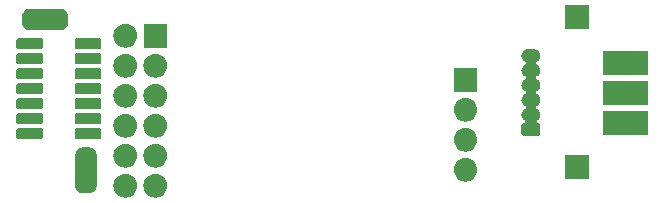
<source format=gbs>
G04 #@! TF.GenerationSoftware,KiCad,Pcbnew,(5.1.4)-1*
G04 #@! TF.CreationDate,2020-02-28T01:30:03+00:00*
G04 #@! TF.ProjectId,analog,616e616c-6f67-42e6-9b69-6361645f7063,rev?*
G04 #@! TF.SameCoordinates,Original*
G04 #@! TF.FileFunction,Soldermask,Bot*
G04 #@! TF.FilePolarity,Negative*
%FSLAX46Y46*%
G04 Gerber Fmt 4.6, Leading zero omitted, Abs format (unit mm)*
G04 Created by KiCad (PCBNEW (5.1.4)-1) date 2020-02-28 01:30:03*
%MOMM*%
%LPD*%
G04 APERTURE LIST*
%ADD10C,0.100000*%
G04 APERTURE END LIST*
D10*
G36*
X40549836Y-46090830D02*
G01*
X40738332Y-46148009D01*
X40912058Y-46240868D01*
X41064328Y-46365832D01*
X41189292Y-46518102D01*
X41282151Y-46691828D01*
X41339330Y-46880324D01*
X41358638Y-47076360D01*
X41339330Y-47272396D01*
X41282151Y-47460892D01*
X41189292Y-47634618D01*
X41064328Y-47786888D01*
X40912058Y-47911852D01*
X40738332Y-48004711D01*
X40549836Y-48061890D01*
X40402920Y-48076360D01*
X40304680Y-48076360D01*
X40157764Y-48061890D01*
X39969268Y-48004711D01*
X39795542Y-47911852D01*
X39643272Y-47786888D01*
X39518308Y-47634618D01*
X39425449Y-47460892D01*
X39368270Y-47272396D01*
X39348962Y-47076360D01*
X39368270Y-46880324D01*
X39425449Y-46691828D01*
X39518308Y-46518102D01*
X39643272Y-46365832D01*
X39795542Y-46240868D01*
X39969268Y-46148009D01*
X40157764Y-46090830D01*
X40304680Y-46076360D01*
X40402920Y-46076360D01*
X40549836Y-46090830D01*
X40549836Y-46090830D01*
G37*
G36*
X38009836Y-46090830D02*
G01*
X38198332Y-46148009D01*
X38372058Y-46240868D01*
X38524328Y-46365832D01*
X38649292Y-46518102D01*
X38742151Y-46691828D01*
X38799330Y-46880324D01*
X38818638Y-47076360D01*
X38799330Y-47272396D01*
X38742151Y-47460892D01*
X38649292Y-47634618D01*
X38524328Y-47786888D01*
X38372058Y-47911852D01*
X38198332Y-48004711D01*
X38009836Y-48061890D01*
X37862920Y-48076360D01*
X37764680Y-48076360D01*
X37617764Y-48061890D01*
X37429268Y-48004711D01*
X37255542Y-47911852D01*
X37103272Y-47786888D01*
X36978308Y-47634618D01*
X36885449Y-47460892D01*
X36828270Y-47272396D01*
X36808962Y-47076360D01*
X36828270Y-46880324D01*
X36885449Y-46691828D01*
X36978308Y-46518102D01*
X37103272Y-46365832D01*
X37255542Y-46240868D01*
X37429268Y-46148009D01*
X37617764Y-46090830D01*
X37764680Y-46076360D01*
X37862920Y-46076360D01*
X38009836Y-46090830D01*
X38009836Y-46090830D01*
G37*
G36*
X34737947Y-43816147D02*
G01*
X34750689Y-43816773D01*
X34768863Y-43816773D01*
X34811042Y-43820927D01*
X34894639Y-43837556D01*
X34900779Y-43839418D01*
X34900787Y-43839420D01*
X34929062Y-43847997D01*
X34929065Y-43847998D01*
X34935203Y-43849860D01*
X35013956Y-43882480D01*
X35019614Y-43885504D01*
X35019618Y-43885506D01*
X35045677Y-43899435D01*
X35045684Y-43899440D01*
X35051340Y-43902463D01*
X35122217Y-43949821D01*
X35154977Y-43976707D01*
X35215253Y-44036983D01*
X35242139Y-44069743D01*
X35289497Y-44140620D01*
X35292520Y-44146276D01*
X35292525Y-44146283D01*
X35306454Y-44172342D01*
X35306456Y-44172346D01*
X35309480Y-44178004D01*
X35342100Y-44256757D01*
X35343962Y-44262895D01*
X35343963Y-44262898D01*
X35352540Y-44291173D01*
X35352542Y-44291181D01*
X35354404Y-44297321D01*
X35371033Y-44380918D01*
X35375187Y-44423097D01*
X35375187Y-44441271D01*
X35375813Y-44454013D01*
X35377595Y-44472106D01*
X35377595Y-45009334D01*
X35376866Y-45016736D01*
X35376240Y-45029478D01*
X35376240Y-46501962D01*
X35376866Y-46514704D01*
X35377595Y-46522106D01*
X35377595Y-47059334D01*
X35375813Y-47077427D01*
X35375187Y-47090169D01*
X35375187Y-47108343D01*
X35371033Y-47150522D01*
X35354404Y-47234119D01*
X35352542Y-47240259D01*
X35352540Y-47240267D01*
X35343963Y-47268542D01*
X35342100Y-47274683D01*
X35309480Y-47353436D01*
X35306456Y-47359094D01*
X35306454Y-47359098D01*
X35292525Y-47385157D01*
X35292520Y-47385164D01*
X35289497Y-47390820D01*
X35242139Y-47461697D01*
X35215253Y-47494457D01*
X35154977Y-47554733D01*
X35122217Y-47581619D01*
X35051340Y-47628977D01*
X35045684Y-47632000D01*
X35045677Y-47632005D01*
X35019618Y-47645934D01*
X35019614Y-47645936D01*
X35013956Y-47648960D01*
X34935203Y-47681580D01*
X34929065Y-47683442D01*
X34929062Y-47683443D01*
X34900787Y-47692020D01*
X34900779Y-47692022D01*
X34894639Y-47693884D01*
X34811042Y-47710513D01*
X34768863Y-47714667D01*
X34750689Y-47714667D01*
X34737947Y-47715293D01*
X34726240Y-47716446D01*
X34719854Y-47717075D01*
X34232626Y-47717075D01*
X34214533Y-47715293D01*
X34201791Y-47714667D01*
X34183617Y-47714667D01*
X34141438Y-47710513D01*
X34057841Y-47693884D01*
X34051701Y-47692022D01*
X34051693Y-47692020D01*
X34023418Y-47683443D01*
X34023415Y-47683442D01*
X34017277Y-47681580D01*
X33938524Y-47648960D01*
X33932866Y-47645936D01*
X33932862Y-47645934D01*
X33906803Y-47632005D01*
X33906796Y-47632000D01*
X33901140Y-47628977D01*
X33830263Y-47581619D01*
X33797503Y-47554733D01*
X33737227Y-47494457D01*
X33710341Y-47461697D01*
X33662983Y-47390820D01*
X33659960Y-47385164D01*
X33659955Y-47385157D01*
X33646026Y-47359098D01*
X33646024Y-47359094D01*
X33643000Y-47353436D01*
X33610380Y-47274683D01*
X33608517Y-47268542D01*
X33599940Y-47240267D01*
X33599938Y-47240259D01*
X33598076Y-47234119D01*
X33581447Y-47150522D01*
X33577293Y-47108343D01*
X33577293Y-47090169D01*
X33576667Y-47077427D01*
X33574885Y-47059334D01*
X33574885Y-46522106D01*
X33575614Y-46514704D01*
X33576240Y-46501962D01*
X33576240Y-45029478D01*
X33575614Y-45016736D01*
X33574885Y-45009334D01*
X33574885Y-44472106D01*
X33576667Y-44454013D01*
X33577293Y-44441271D01*
X33577293Y-44423097D01*
X33581447Y-44380918D01*
X33598076Y-44297321D01*
X33599938Y-44291181D01*
X33599940Y-44291173D01*
X33608517Y-44262898D01*
X33608518Y-44262895D01*
X33610380Y-44256757D01*
X33643000Y-44178004D01*
X33646024Y-44172346D01*
X33646026Y-44172342D01*
X33659955Y-44146283D01*
X33659960Y-44146276D01*
X33662983Y-44140620D01*
X33710341Y-44069743D01*
X33737227Y-44036983D01*
X33797503Y-43976707D01*
X33830263Y-43949821D01*
X33901140Y-43902463D01*
X33906796Y-43899440D01*
X33906803Y-43899435D01*
X33932862Y-43885506D01*
X33932866Y-43885504D01*
X33938524Y-43882480D01*
X34017277Y-43849860D01*
X34023415Y-43847998D01*
X34023418Y-43847997D01*
X34051693Y-43839420D01*
X34051701Y-43839418D01*
X34057841Y-43837556D01*
X34141438Y-43820927D01*
X34183617Y-43816773D01*
X34201791Y-43816773D01*
X34214533Y-43816147D01*
X34232626Y-43814365D01*
X34719854Y-43814365D01*
X34737947Y-43816147D01*
X34737947Y-43816147D01*
G37*
G36*
X66813436Y-44744630D02*
G01*
X67001932Y-44801809D01*
X67175658Y-44894668D01*
X67327928Y-45019632D01*
X67452892Y-45171902D01*
X67545751Y-45345628D01*
X67602930Y-45534124D01*
X67622238Y-45730160D01*
X67602930Y-45926196D01*
X67545751Y-46114692D01*
X67452892Y-46288418D01*
X67327928Y-46440688D01*
X67175658Y-46565652D01*
X67001932Y-46658511D01*
X66813436Y-46715690D01*
X66666520Y-46730160D01*
X66568280Y-46730160D01*
X66421364Y-46715690D01*
X66232868Y-46658511D01*
X66059142Y-46565652D01*
X65906872Y-46440688D01*
X65781908Y-46288418D01*
X65689049Y-46114692D01*
X65631870Y-45926196D01*
X65612562Y-45730160D01*
X65631870Y-45534124D01*
X65689049Y-45345628D01*
X65781908Y-45171902D01*
X65906872Y-45019632D01*
X66059142Y-44894668D01*
X66232868Y-44801809D01*
X66421364Y-44744630D01*
X66568280Y-44730160D01*
X66666520Y-44730160D01*
X66813436Y-44744630D01*
X66813436Y-44744630D01*
G37*
G36*
X77040800Y-46500960D02*
G01*
X75040800Y-46500960D01*
X75040800Y-44500960D01*
X77040800Y-44500960D01*
X77040800Y-46500960D01*
X77040800Y-46500960D01*
G37*
G36*
X38009836Y-43550830D02*
G01*
X38198332Y-43608009D01*
X38372058Y-43700868D01*
X38524328Y-43825832D01*
X38649292Y-43978102D01*
X38742151Y-44151828D01*
X38799330Y-44340324D01*
X38818638Y-44536360D01*
X38799330Y-44732396D01*
X38742151Y-44920892D01*
X38649292Y-45094618D01*
X38524328Y-45246888D01*
X38372058Y-45371852D01*
X38198332Y-45464711D01*
X38009836Y-45521890D01*
X37862920Y-45536360D01*
X37764680Y-45536360D01*
X37617764Y-45521890D01*
X37429268Y-45464711D01*
X37255542Y-45371852D01*
X37103272Y-45246888D01*
X36978308Y-45094618D01*
X36885449Y-44920892D01*
X36828270Y-44732396D01*
X36808962Y-44536360D01*
X36828270Y-44340324D01*
X36885449Y-44151828D01*
X36978308Y-43978102D01*
X37103272Y-43825832D01*
X37255542Y-43700868D01*
X37429268Y-43608009D01*
X37617764Y-43550830D01*
X37764680Y-43536360D01*
X37862920Y-43536360D01*
X38009836Y-43550830D01*
X38009836Y-43550830D01*
G37*
G36*
X40549836Y-43550830D02*
G01*
X40738332Y-43608009D01*
X40912058Y-43700868D01*
X41064328Y-43825832D01*
X41189292Y-43978102D01*
X41282151Y-44151828D01*
X41339330Y-44340324D01*
X41358638Y-44536360D01*
X41339330Y-44732396D01*
X41282151Y-44920892D01*
X41189292Y-45094618D01*
X41064328Y-45246888D01*
X40912058Y-45371852D01*
X40738332Y-45464711D01*
X40549836Y-45521890D01*
X40402920Y-45536360D01*
X40304680Y-45536360D01*
X40157764Y-45521890D01*
X39969268Y-45464711D01*
X39795542Y-45371852D01*
X39643272Y-45246888D01*
X39518308Y-45094618D01*
X39425449Y-44920892D01*
X39368270Y-44732396D01*
X39348962Y-44536360D01*
X39368270Y-44340324D01*
X39425449Y-44151828D01*
X39518308Y-43978102D01*
X39643272Y-43825832D01*
X39795542Y-43700868D01*
X39969268Y-43608009D01*
X40157764Y-43550830D01*
X40304680Y-43536360D01*
X40402920Y-43536360D01*
X40549836Y-43550830D01*
X40549836Y-43550830D01*
G37*
G36*
X66813436Y-42204630D02*
G01*
X67001932Y-42261809D01*
X67175658Y-42354668D01*
X67327928Y-42479632D01*
X67452892Y-42631902D01*
X67545751Y-42805628D01*
X67602930Y-42994124D01*
X67622238Y-43190160D01*
X67602930Y-43386196D01*
X67545751Y-43574692D01*
X67452892Y-43748418D01*
X67327928Y-43900688D01*
X67175658Y-44025652D01*
X67001932Y-44118511D01*
X66813436Y-44175690D01*
X66666520Y-44190160D01*
X66568280Y-44190160D01*
X66421364Y-44175690D01*
X66232868Y-44118511D01*
X66059142Y-44025652D01*
X65906872Y-43900688D01*
X65781908Y-43748418D01*
X65689049Y-43574692D01*
X65631870Y-43386196D01*
X65612562Y-43190160D01*
X65631870Y-42994124D01*
X65689049Y-42805628D01*
X65781908Y-42631902D01*
X65906872Y-42479632D01*
X66059142Y-42354668D01*
X66232868Y-42261809D01*
X66421364Y-42204630D01*
X66568280Y-42190160D01*
X66666520Y-42190160D01*
X66813436Y-42204630D01*
X66813436Y-42204630D01*
G37*
G36*
X35662372Y-42207911D02*
G01*
X35692267Y-42216980D01*
X35719822Y-42231708D01*
X35743972Y-42251528D01*
X35763792Y-42275678D01*
X35778520Y-42303233D01*
X35787589Y-42333128D01*
X35791280Y-42370606D01*
X35791280Y-42937834D01*
X35787589Y-42975312D01*
X35778520Y-43005207D01*
X35763792Y-43032762D01*
X35743972Y-43056912D01*
X35719822Y-43076732D01*
X35692267Y-43091460D01*
X35662372Y-43100529D01*
X35624894Y-43104220D01*
X33707666Y-43104220D01*
X33670188Y-43100529D01*
X33640293Y-43091460D01*
X33612738Y-43076732D01*
X33588588Y-43056912D01*
X33568768Y-43032762D01*
X33554040Y-43005207D01*
X33544971Y-42975312D01*
X33541280Y-42937834D01*
X33541280Y-42370606D01*
X33544971Y-42333128D01*
X33554040Y-42303233D01*
X33568768Y-42275678D01*
X33588588Y-42251528D01*
X33612738Y-42231708D01*
X33640293Y-42216980D01*
X33670188Y-42207911D01*
X33707666Y-42204220D01*
X35624894Y-42204220D01*
X35662372Y-42207911D01*
X35662372Y-42207911D01*
G37*
G36*
X30712372Y-42207911D02*
G01*
X30742267Y-42216980D01*
X30769822Y-42231708D01*
X30793972Y-42251528D01*
X30813792Y-42275678D01*
X30828520Y-42303233D01*
X30837589Y-42333128D01*
X30841280Y-42370606D01*
X30841280Y-42937834D01*
X30837589Y-42975312D01*
X30828520Y-43005207D01*
X30813792Y-43032762D01*
X30793972Y-43056912D01*
X30769822Y-43076732D01*
X30742267Y-43091460D01*
X30712372Y-43100529D01*
X30674894Y-43104220D01*
X28757666Y-43104220D01*
X28720188Y-43100529D01*
X28690293Y-43091460D01*
X28662738Y-43076732D01*
X28638588Y-43056912D01*
X28618768Y-43032762D01*
X28604040Y-43005207D01*
X28594971Y-42975312D01*
X28591280Y-42937834D01*
X28591280Y-42370606D01*
X28594971Y-42333128D01*
X28604040Y-42303233D01*
X28618768Y-42275678D01*
X28638588Y-42251528D01*
X28662738Y-42231708D01*
X28690293Y-42216980D01*
X28720188Y-42207911D01*
X28757666Y-42204220D01*
X30674894Y-42204220D01*
X30712372Y-42207911D01*
X30712372Y-42207911D01*
G37*
G36*
X38009836Y-41010830D02*
G01*
X38198332Y-41068009D01*
X38372058Y-41160868D01*
X38524328Y-41285832D01*
X38649292Y-41438102D01*
X38742151Y-41611828D01*
X38799330Y-41800324D01*
X38818638Y-41996360D01*
X38799330Y-42192396D01*
X38742151Y-42380892D01*
X38649292Y-42554618D01*
X38524328Y-42706888D01*
X38372058Y-42831852D01*
X38198332Y-42924711D01*
X38009836Y-42981890D01*
X37862920Y-42996360D01*
X37764680Y-42996360D01*
X37617764Y-42981890D01*
X37429268Y-42924711D01*
X37255542Y-42831852D01*
X37103272Y-42706888D01*
X36978308Y-42554618D01*
X36885449Y-42380892D01*
X36828270Y-42192396D01*
X36808962Y-41996360D01*
X36828270Y-41800324D01*
X36885449Y-41611828D01*
X36978308Y-41438102D01*
X37103272Y-41285832D01*
X37255542Y-41160868D01*
X37429268Y-41068009D01*
X37617764Y-41010830D01*
X37764680Y-40996360D01*
X37862920Y-40996360D01*
X38009836Y-41010830D01*
X38009836Y-41010830D01*
G37*
G36*
X40549836Y-41010830D02*
G01*
X40738332Y-41068009D01*
X40912058Y-41160868D01*
X41064328Y-41285832D01*
X41189292Y-41438102D01*
X41282151Y-41611828D01*
X41339330Y-41800324D01*
X41358638Y-41996360D01*
X41339330Y-42192396D01*
X41282151Y-42380892D01*
X41189292Y-42554618D01*
X41064328Y-42706888D01*
X40912058Y-42831852D01*
X40738332Y-42924711D01*
X40549836Y-42981890D01*
X40402920Y-42996360D01*
X40304680Y-42996360D01*
X40157764Y-42981890D01*
X39969268Y-42924711D01*
X39795542Y-42831852D01*
X39643272Y-42706888D01*
X39518308Y-42554618D01*
X39425449Y-42380892D01*
X39368270Y-42192396D01*
X39348962Y-41996360D01*
X39368270Y-41800324D01*
X39425449Y-41611828D01*
X39518308Y-41438102D01*
X39643272Y-41285832D01*
X39795542Y-41160868D01*
X39969268Y-41068009D01*
X40157764Y-41010830D01*
X40304680Y-40996360D01*
X40402920Y-40996360D01*
X40549836Y-41010830D01*
X40549836Y-41010830D01*
G37*
G36*
X72512420Y-35508918D02*
G01*
X72616093Y-35540367D01*
X72663868Y-35565904D01*
X72711642Y-35591439D01*
X72711644Y-35591440D01*
X72711643Y-35591440D01*
X72795390Y-35660170D01*
X72864120Y-35743917D01*
X72915193Y-35839467D01*
X72946642Y-35943140D01*
X72957261Y-36050960D01*
X72946642Y-36158780D01*
X72915193Y-36262453D01*
X72915192Y-36262454D01*
X72864121Y-36358002D01*
X72795390Y-36441750D01*
X72711642Y-36510481D01*
X72671704Y-36531828D01*
X72616545Y-36561311D01*
X72595356Y-36575469D01*
X72577335Y-36593489D01*
X72563177Y-36614679D01*
X72553425Y-36638223D01*
X72548453Y-36663218D01*
X72548453Y-36688702D01*
X72553425Y-36713697D01*
X72563177Y-36737241D01*
X72577335Y-36758430D01*
X72595355Y-36776451D01*
X72616545Y-36790609D01*
X72711642Y-36841439D01*
X72711644Y-36841440D01*
X72711643Y-36841440D01*
X72795390Y-36910170D01*
X72864120Y-36993917D01*
X72915193Y-37089467D01*
X72946642Y-37193140D01*
X72957261Y-37300960D01*
X72946642Y-37408780D01*
X72915193Y-37512453D01*
X72915192Y-37512454D01*
X72864121Y-37608002D01*
X72795390Y-37691750D01*
X72711642Y-37760481D01*
X72639166Y-37799220D01*
X72616545Y-37811311D01*
X72595356Y-37825469D01*
X72577335Y-37843489D01*
X72563177Y-37864679D01*
X72553425Y-37888223D01*
X72548453Y-37913218D01*
X72548453Y-37938702D01*
X72553425Y-37963697D01*
X72563177Y-37987241D01*
X72577335Y-38008430D01*
X72595355Y-38026451D01*
X72616545Y-38040609D01*
X72711642Y-38091439D01*
X72711644Y-38091440D01*
X72711643Y-38091440D01*
X72795390Y-38160170D01*
X72864120Y-38243917D01*
X72915193Y-38339467D01*
X72946642Y-38443140D01*
X72957261Y-38550960D01*
X72946642Y-38658780D01*
X72915193Y-38762453D01*
X72915192Y-38762454D01*
X72864121Y-38858002D01*
X72795390Y-38941750D01*
X72711642Y-39010481D01*
X72627771Y-39055311D01*
X72616545Y-39061311D01*
X72595356Y-39075469D01*
X72577335Y-39093489D01*
X72563177Y-39114679D01*
X72553425Y-39138223D01*
X72548453Y-39163218D01*
X72548453Y-39188702D01*
X72553425Y-39213697D01*
X72563177Y-39237241D01*
X72577335Y-39258430D01*
X72595355Y-39276451D01*
X72616545Y-39290609D01*
X72711642Y-39341439D01*
X72795390Y-39410170D01*
X72833298Y-39456360D01*
X72864120Y-39493917D01*
X72915193Y-39589467D01*
X72946642Y-39693140D01*
X72957261Y-39800960D01*
X72946642Y-39908780D01*
X72915193Y-40012453D01*
X72889656Y-40060228D01*
X72864121Y-40108002D01*
X72795390Y-40191750D01*
X72711642Y-40260481D01*
X72652950Y-40291852D01*
X72616545Y-40311311D01*
X72595356Y-40325469D01*
X72577335Y-40343489D01*
X72563177Y-40364679D01*
X72553425Y-40388223D01*
X72548453Y-40413218D01*
X72548453Y-40438702D01*
X72553425Y-40463697D01*
X72563177Y-40487241D01*
X72577335Y-40508430D01*
X72595355Y-40526451D01*
X72616545Y-40540609D01*
X72711642Y-40591439D01*
X72711644Y-40591440D01*
X72711643Y-40591440D01*
X72795390Y-40660170D01*
X72864120Y-40743917D01*
X72915193Y-40839467D01*
X72946642Y-40943140D01*
X72957261Y-41050960D01*
X72946642Y-41158780D01*
X72915193Y-41262453D01*
X72889656Y-41310228D01*
X72864121Y-41358002D01*
X72795390Y-41441750D01*
X72711642Y-41510481D01*
X72711640Y-41510482D01*
X72709733Y-41512047D01*
X72692632Y-41523474D01*
X72674611Y-41541495D01*
X72660453Y-41562684D01*
X72650701Y-41586228D01*
X72645729Y-41611223D01*
X72645729Y-41636707D01*
X72650701Y-41661702D01*
X72660453Y-41685246D01*
X72674611Y-41706435D01*
X72692632Y-41724456D01*
X72713821Y-41738614D01*
X72737365Y-41748366D01*
X72762359Y-41753338D01*
X72785448Y-41755612D01*
X72824722Y-41767526D01*
X72860921Y-41786875D01*
X72892648Y-41812912D01*
X72918685Y-41844639D01*
X72938034Y-41880838D01*
X72949948Y-41920113D01*
X72954600Y-41967346D01*
X72954600Y-42634574D01*
X72949948Y-42681807D01*
X72938034Y-42721082D01*
X72918685Y-42757281D01*
X72892648Y-42789008D01*
X72860921Y-42815045D01*
X72824722Y-42834394D01*
X72785447Y-42846308D01*
X72738214Y-42850960D01*
X71570986Y-42850960D01*
X71523753Y-42846308D01*
X71484478Y-42834394D01*
X71448279Y-42815045D01*
X71416552Y-42789008D01*
X71390515Y-42757281D01*
X71371166Y-42721082D01*
X71359252Y-42681807D01*
X71354600Y-42634574D01*
X71354600Y-41967346D01*
X71359252Y-41920113D01*
X71371166Y-41880838D01*
X71390515Y-41844639D01*
X71416552Y-41812912D01*
X71448279Y-41786875D01*
X71484478Y-41767526D01*
X71523752Y-41755612D01*
X71546841Y-41753338D01*
X71571835Y-41748366D01*
X71595380Y-41738614D01*
X71616569Y-41724455D01*
X71634589Y-41706435D01*
X71648747Y-41685246D01*
X71658499Y-41661701D01*
X71663471Y-41636707D01*
X71663471Y-41611222D01*
X71658499Y-41586228D01*
X71648747Y-41562683D01*
X71634588Y-41541494D01*
X71616568Y-41523474D01*
X71599467Y-41512047D01*
X71597560Y-41510482D01*
X71597558Y-41510481D01*
X71513810Y-41441750D01*
X71445079Y-41358002D01*
X71419544Y-41310228D01*
X71394007Y-41262453D01*
X71362558Y-41158780D01*
X71351939Y-41050960D01*
X71362558Y-40943140D01*
X71394007Y-40839467D01*
X71445080Y-40743917D01*
X71513810Y-40660170D01*
X71597557Y-40591440D01*
X71597556Y-40591440D01*
X71597558Y-40591439D01*
X71692655Y-40540609D01*
X71713844Y-40526451D01*
X71731865Y-40508431D01*
X71746023Y-40487241D01*
X71755775Y-40463697D01*
X71760747Y-40438702D01*
X71760747Y-40413218D01*
X71755775Y-40388223D01*
X71746023Y-40364679D01*
X71731865Y-40343490D01*
X71713845Y-40325469D01*
X71692655Y-40311311D01*
X71656250Y-40291852D01*
X71597558Y-40260481D01*
X71513810Y-40191750D01*
X71445079Y-40108002D01*
X71419544Y-40060228D01*
X71394007Y-40012453D01*
X71362558Y-39908780D01*
X71351939Y-39800960D01*
X71362558Y-39693140D01*
X71394007Y-39589467D01*
X71445080Y-39493917D01*
X71475903Y-39456360D01*
X71513810Y-39410170D01*
X71597558Y-39341439D01*
X71692655Y-39290609D01*
X71713844Y-39276451D01*
X71731865Y-39258431D01*
X71746023Y-39237241D01*
X71755775Y-39213697D01*
X71760747Y-39188702D01*
X71760747Y-39163218D01*
X71755775Y-39138223D01*
X71746023Y-39114679D01*
X71731865Y-39093490D01*
X71713845Y-39075469D01*
X71692655Y-39061311D01*
X71681429Y-39055311D01*
X71597558Y-39010481D01*
X71513810Y-38941750D01*
X71445079Y-38858002D01*
X71394008Y-38762454D01*
X71394007Y-38762453D01*
X71362558Y-38658780D01*
X71351939Y-38550960D01*
X71362558Y-38443140D01*
X71394007Y-38339467D01*
X71445080Y-38243917D01*
X71513810Y-38160170D01*
X71597557Y-38091440D01*
X71597556Y-38091440D01*
X71597558Y-38091439D01*
X71692655Y-38040609D01*
X71713844Y-38026451D01*
X71731865Y-38008431D01*
X71746023Y-37987241D01*
X71755775Y-37963697D01*
X71760747Y-37938702D01*
X71760747Y-37913218D01*
X71755775Y-37888223D01*
X71746023Y-37864679D01*
X71731865Y-37843490D01*
X71713845Y-37825469D01*
X71692655Y-37811311D01*
X71670034Y-37799220D01*
X71597558Y-37760481D01*
X71513810Y-37691750D01*
X71445079Y-37608002D01*
X71394008Y-37512454D01*
X71394007Y-37512453D01*
X71362558Y-37408780D01*
X71351939Y-37300960D01*
X71362558Y-37193140D01*
X71394007Y-37089467D01*
X71445080Y-36993917D01*
X71513810Y-36910170D01*
X71597557Y-36841440D01*
X71597556Y-36841440D01*
X71597558Y-36841439D01*
X71692655Y-36790609D01*
X71713844Y-36776451D01*
X71731865Y-36758431D01*
X71746023Y-36737241D01*
X71755775Y-36713697D01*
X71760747Y-36688702D01*
X71760747Y-36663218D01*
X71755775Y-36638223D01*
X71746023Y-36614679D01*
X71731865Y-36593490D01*
X71713845Y-36575469D01*
X71692655Y-36561311D01*
X71637496Y-36531828D01*
X71597558Y-36510481D01*
X71513810Y-36441750D01*
X71445079Y-36358002D01*
X71394008Y-36262454D01*
X71394007Y-36262453D01*
X71362558Y-36158780D01*
X71351939Y-36050960D01*
X71362558Y-35943140D01*
X71394007Y-35839467D01*
X71445080Y-35743917D01*
X71513810Y-35660170D01*
X71597557Y-35591440D01*
X71597556Y-35591440D01*
X71597558Y-35591439D01*
X71645332Y-35565903D01*
X71693107Y-35540367D01*
X71796780Y-35508918D01*
X71877582Y-35500960D01*
X72431618Y-35500960D01*
X72512420Y-35508918D01*
X72512420Y-35508918D01*
G37*
G36*
X82030200Y-42765960D02*
G01*
X78230200Y-42765960D01*
X78230200Y-40715960D01*
X82030200Y-40715960D01*
X82030200Y-42765960D01*
X82030200Y-42765960D01*
G37*
G36*
X35662372Y-40937911D02*
G01*
X35692267Y-40946980D01*
X35719822Y-40961708D01*
X35743972Y-40981528D01*
X35763792Y-41005678D01*
X35778520Y-41033233D01*
X35787589Y-41063128D01*
X35791280Y-41100606D01*
X35791280Y-41667834D01*
X35787589Y-41705312D01*
X35778520Y-41735207D01*
X35763792Y-41762762D01*
X35743972Y-41786912D01*
X35719822Y-41806732D01*
X35692267Y-41821460D01*
X35662372Y-41830529D01*
X35624894Y-41834220D01*
X33707666Y-41834220D01*
X33670188Y-41830529D01*
X33640293Y-41821460D01*
X33612738Y-41806732D01*
X33588588Y-41786912D01*
X33568768Y-41762762D01*
X33554040Y-41735207D01*
X33544971Y-41705312D01*
X33541280Y-41667834D01*
X33541280Y-41100606D01*
X33544971Y-41063128D01*
X33554040Y-41033233D01*
X33568768Y-41005678D01*
X33588588Y-40981528D01*
X33612738Y-40961708D01*
X33640293Y-40946980D01*
X33670188Y-40937911D01*
X33707666Y-40934220D01*
X35624894Y-40934220D01*
X35662372Y-40937911D01*
X35662372Y-40937911D01*
G37*
G36*
X30712372Y-40937911D02*
G01*
X30742267Y-40946980D01*
X30769822Y-40961708D01*
X30793972Y-40981528D01*
X30813792Y-41005678D01*
X30828520Y-41033233D01*
X30837589Y-41063128D01*
X30841280Y-41100606D01*
X30841280Y-41667834D01*
X30837589Y-41705312D01*
X30828520Y-41735207D01*
X30813792Y-41762762D01*
X30793972Y-41786912D01*
X30769822Y-41806732D01*
X30742267Y-41821460D01*
X30712372Y-41830529D01*
X30674894Y-41834220D01*
X28757666Y-41834220D01*
X28720188Y-41830529D01*
X28690293Y-41821460D01*
X28662738Y-41806732D01*
X28638588Y-41786912D01*
X28618768Y-41762762D01*
X28604040Y-41735207D01*
X28594971Y-41705312D01*
X28591280Y-41667834D01*
X28591280Y-41100606D01*
X28594971Y-41063128D01*
X28604040Y-41033233D01*
X28618768Y-41005678D01*
X28638588Y-40981528D01*
X28662738Y-40961708D01*
X28690293Y-40946980D01*
X28720188Y-40937911D01*
X28757666Y-40934220D01*
X30674894Y-40934220D01*
X30712372Y-40937911D01*
X30712372Y-40937911D01*
G37*
G36*
X66813436Y-39664630D02*
G01*
X67001932Y-39721809D01*
X67175658Y-39814668D01*
X67327928Y-39939632D01*
X67452892Y-40091902D01*
X67545751Y-40265628D01*
X67602930Y-40454124D01*
X67622238Y-40650160D01*
X67602930Y-40846196D01*
X67545751Y-41034692D01*
X67452892Y-41208418D01*
X67327928Y-41360688D01*
X67175658Y-41485652D01*
X67001932Y-41578511D01*
X66813436Y-41635690D01*
X66666520Y-41650160D01*
X66568280Y-41650160D01*
X66421364Y-41635690D01*
X66232868Y-41578511D01*
X66059142Y-41485652D01*
X65906872Y-41360688D01*
X65781908Y-41208418D01*
X65689049Y-41034692D01*
X65631870Y-40846196D01*
X65612562Y-40650160D01*
X65631870Y-40454124D01*
X65689049Y-40265628D01*
X65781908Y-40091902D01*
X65906872Y-39939632D01*
X66059142Y-39814668D01*
X66232868Y-39721809D01*
X66421364Y-39664630D01*
X66568280Y-39650160D01*
X66666520Y-39650160D01*
X66813436Y-39664630D01*
X66813436Y-39664630D01*
G37*
G36*
X35662372Y-39667911D02*
G01*
X35692267Y-39676980D01*
X35719822Y-39691708D01*
X35743972Y-39711528D01*
X35763792Y-39735678D01*
X35778520Y-39763233D01*
X35787589Y-39793128D01*
X35791280Y-39830606D01*
X35791280Y-40397834D01*
X35787589Y-40435312D01*
X35778520Y-40465207D01*
X35763792Y-40492762D01*
X35743972Y-40516912D01*
X35719822Y-40536732D01*
X35692267Y-40551460D01*
X35662372Y-40560529D01*
X35624894Y-40564220D01*
X33707666Y-40564220D01*
X33670188Y-40560529D01*
X33640293Y-40551460D01*
X33612738Y-40536732D01*
X33588588Y-40516912D01*
X33568768Y-40492762D01*
X33554040Y-40465207D01*
X33544971Y-40435312D01*
X33541280Y-40397834D01*
X33541280Y-39830606D01*
X33544971Y-39793128D01*
X33554040Y-39763233D01*
X33568768Y-39735678D01*
X33588588Y-39711528D01*
X33612738Y-39691708D01*
X33640293Y-39676980D01*
X33670188Y-39667911D01*
X33707666Y-39664220D01*
X35624894Y-39664220D01*
X35662372Y-39667911D01*
X35662372Y-39667911D01*
G37*
G36*
X30712372Y-39667911D02*
G01*
X30742267Y-39676980D01*
X30769822Y-39691708D01*
X30793972Y-39711528D01*
X30813792Y-39735678D01*
X30828520Y-39763233D01*
X30837589Y-39793128D01*
X30841280Y-39830606D01*
X30841280Y-40397834D01*
X30837589Y-40435312D01*
X30828520Y-40465207D01*
X30813792Y-40492762D01*
X30793972Y-40516912D01*
X30769822Y-40536732D01*
X30742267Y-40551460D01*
X30712372Y-40560529D01*
X30674894Y-40564220D01*
X28757666Y-40564220D01*
X28720188Y-40560529D01*
X28690293Y-40551460D01*
X28662738Y-40536732D01*
X28638588Y-40516912D01*
X28618768Y-40492762D01*
X28604040Y-40465207D01*
X28594971Y-40435312D01*
X28591280Y-40397834D01*
X28591280Y-39830606D01*
X28594971Y-39793128D01*
X28604040Y-39763233D01*
X28618768Y-39735678D01*
X28638588Y-39711528D01*
X28662738Y-39691708D01*
X28690293Y-39676980D01*
X28720188Y-39667911D01*
X28757666Y-39664220D01*
X30674894Y-39664220D01*
X30712372Y-39667911D01*
X30712372Y-39667911D01*
G37*
G36*
X40549836Y-38470830D02*
G01*
X40738332Y-38528009D01*
X40912058Y-38620868D01*
X41064328Y-38745832D01*
X41189292Y-38898102D01*
X41282151Y-39071828D01*
X41339330Y-39260324D01*
X41358638Y-39456360D01*
X41339330Y-39652396D01*
X41282151Y-39840892D01*
X41189292Y-40014618D01*
X41064328Y-40166888D01*
X40912058Y-40291852D01*
X40738332Y-40384711D01*
X40549836Y-40441890D01*
X40402920Y-40456360D01*
X40304680Y-40456360D01*
X40157764Y-40441890D01*
X39969268Y-40384711D01*
X39795542Y-40291852D01*
X39643272Y-40166888D01*
X39518308Y-40014618D01*
X39425449Y-39840892D01*
X39368270Y-39652396D01*
X39348962Y-39456360D01*
X39368270Y-39260324D01*
X39425449Y-39071828D01*
X39518308Y-38898102D01*
X39643272Y-38745832D01*
X39795542Y-38620868D01*
X39969268Y-38528009D01*
X40157764Y-38470830D01*
X40304680Y-38456360D01*
X40402920Y-38456360D01*
X40549836Y-38470830D01*
X40549836Y-38470830D01*
G37*
G36*
X38009836Y-38470830D02*
G01*
X38198332Y-38528009D01*
X38372058Y-38620868D01*
X38524328Y-38745832D01*
X38649292Y-38898102D01*
X38742151Y-39071828D01*
X38799330Y-39260324D01*
X38818638Y-39456360D01*
X38799330Y-39652396D01*
X38742151Y-39840892D01*
X38649292Y-40014618D01*
X38524328Y-40166888D01*
X38372058Y-40291852D01*
X38198332Y-40384711D01*
X38009836Y-40441890D01*
X37862920Y-40456360D01*
X37764680Y-40456360D01*
X37617764Y-40441890D01*
X37429268Y-40384711D01*
X37255542Y-40291852D01*
X37103272Y-40166888D01*
X36978308Y-40014618D01*
X36885449Y-39840892D01*
X36828270Y-39652396D01*
X36808962Y-39456360D01*
X36828270Y-39260324D01*
X36885449Y-39071828D01*
X36978308Y-38898102D01*
X37103272Y-38745832D01*
X37255542Y-38620868D01*
X37429268Y-38528009D01*
X37617764Y-38470830D01*
X37764680Y-38456360D01*
X37862920Y-38456360D01*
X38009836Y-38470830D01*
X38009836Y-38470830D01*
G37*
G36*
X82030200Y-40225960D02*
G01*
X78230200Y-40225960D01*
X78230200Y-38175960D01*
X82030200Y-38175960D01*
X82030200Y-40225960D01*
X82030200Y-40225960D01*
G37*
G36*
X30712372Y-38397911D02*
G01*
X30742267Y-38406980D01*
X30769822Y-38421708D01*
X30793972Y-38441528D01*
X30813792Y-38465678D01*
X30828520Y-38493233D01*
X30837589Y-38523128D01*
X30841280Y-38560606D01*
X30841280Y-39127834D01*
X30837589Y-39165312D01*
X30828520Y-39195207D01*
X30813792Y-39222762D01*
X30793972Y-39246912D01*
X30769822Y-39266732D01*
X30742267Y-39281460D01*
X30712372Y-39290529D01*
X30674894Y-39294220D01*
X28757666Y-39294220D01*
X28720188Y-39290529D01*
X28690293Y-39281460D01*
X28662738Y-39266732D01*
X28638588Y-39246912D01*
X28618768Y-39222762D01*
X28604040Y-39195207D01*
X28594971Y-39165312D01*
X28591280Y-39127834D01*
X28591280Y-38560606D01*
X28594971Y-38523128D01*
X28604040Y-38493233D01*
X28618768Y-38465678D01*
X28638588Y-38441528D01*
X28662738Y-38421708D01*
X28690293Y-38406980D01*
X28720188Y-38397911D01*
X28757666Y-38394220D01*
X30674894Y-38394220D01*
X30712372Y-38397911D01*
X30712372Y-38397911D01*
G37*
G36*
X35662372Y-38397911D02*
G01*
X35692267Y-38406980D01*
X35719822Y-38421708D01*
X35743972Y-38441528D01*
X35763792Y-38465678D01*
X35778520Y-38493233D01*
X35787589Y-38523128D01*
X35791280Y-38560606D01*
X35791280Y-39127834D01*
X35787589Y-39165312D01*
X35778520Y-39195207D01*
X35763792Y-39222762D01*
X35743972Y-39246912D01*
X35719822Y-39266732D01*
X35692267Y-39281460D01*
X35662372Y-39290529D01*
X35624894Y-39294220D01*
X33707666Y-39294220D01*
X33670188Y-39290529D01*
X33640293Y-39281460D01*
X33612738Y-39266732D01*
X33588588Y-39246912D01*
X33568768Y-39222762D01*
X33554040Y-39195207D01*
X33544971Y-39165312D01*
X33541280Y-39127834D01*
X33541280Y-38560606D01*
X33544971Y-38523128D01*
X33554040Y-38493233D01*
X33568768Y-38465678D01*
X33588588Y-38441528D01*
X33612738Y-38421708D01*
X33640293Y-38406980D01*
X33670188Y-38397911D01*
X33707666Y-38394220D01*
X35624894Y-38394220D01*
X35662372Y-38397911D01*
X35662372Y-38397911D01*
G37*
G36*
X67617400Y-39110160D02*
G01*
X65617400Y-39110160D01*
X65617400Y-37110160D01*
X67617400Y-37110160D01*
X67617400Y-39110160D01*
X67617400Y-39110160D01*
G37*
G36*
X35662372Y-37127911D02*
G01*
X35692267Y-37136980D01*
X35719822Y-37151708D01*
X35743972Y-37171528D01*
X35763792Y-37195678D01*
X35778520Y-37223233D01*
X35787589Y-37253128D01*
X35791280Y-37290606D01*
X35791280Y-37857834D01*
X35787589Y-37895312D01*
X35778520Y-37925207D01*
X35763792Y-37952762D01*
X35743972Y-37976912D01*
X35719822Y-37996732D01*
X35692267Y-38011460D01*
X35662372Y-38020529D01*
X35624894Y-38024220D01*
X33707666Y-38024220D01*
X33670188Y-38020529D01*
X33640293Y-38011460D01*
X33612738Y-37996732D01*
X33588588Y-37976912D01*
X33568768Y-37952762D01*
X33554040Y-37925207D01*
X33544971Y-37895312D01*
X33541280Y-37857834D01*
X33541280Y-37290606D01*
X33544971Y-37253128D01*
X33554040Y-37223233D01*
X33568768Y-37195678D01*
X33588588Y-37171528D01*
X33612738Y-37151708D01*
X33640293Y-37136980D01*
X33670188Y-37127911D01*
X33707666Y-37124220D01*
X35624894Y-37124220D01*
X35662372Y-37127911D01*
X35662372Y-37127911D01*
G37*
G36*
X30712372Y-37127911D02*
G01*
X30742267Y-37136980D01*
X30769822Y-37151708D01*
X30793972Y-37171528D01*
X30813792Y-37195678D01*
X30828520Y-37223233D01*
X30837589Y-37253128D01*
X30841280Y-37290606D01*
X30841280Y-37857834D01*
X30837589Y-37895312D01*
X30828520Y-37925207D01*
X30813792Y-37952762D01*
X30793972Y-37976912D01*
X30769822Y-37996732D01*
X30742267Y-38011460D01*
X30712372Y-38020529D01*
X30674894Y-38024220D01*
X28757666Y-38024220D01*
X28720188Y-38020529D01*
X28690293Y-38011460D01*
X28662738Y-37996732D01*
X28638588Y-37976912D01*
X28618768Y-37952762D01*
X28604040Y-37925207D01*
X28594971Y-37895312D01*
X28591280Y-37857834D01*
X28591280Y-37290606D01*
X28594971Y-37253128D01*
X28604040Y-37223233D01*
X28618768Y-37195678D01*
X28638588Y-37171528D01*
X28662738Y-37151708D01*
X28690293Y-37136980D01*
X28720188Y-37127911D01*
X28757666Y-37124220D01*
X30674894Y-37124220D01*
X30712372Y-37127911D01*
X30712372Y-37127911D01*
G37*
G36*
X38009836Y-35930830D02*
G01*
X38198332Y-35988009D01*
X38372058Y-36080868D01*
X38524328Y-36205832D01*
X38649292Y-36358102D01*
X38742151Y-36531828D01*
X38799330Y-36720324D01*
X38818638Y-36916360D01*
X38799330Y-37112396D01*
X38742151Y-37300892D01*
X38649292Y-37474618D01*
X38524328Y-37626888D01*
X38372058Y-37751852D01*
X38198332Y-37844711D01*
X38009836Y-37901890D01*
X37862920Y-37916360D01*
X37764680Y-37916360D01*
X37617764Y-37901890D01*
X37429268Y-37844711D01*
X37255542Y-37751852D01*
X37103272Y-37626888D01*
X36978308Y-37474618D01*
X36885449Y-37300892D01*
X36828270Y-37112396D01*
X36808962Y-36916360D01*
X36828270Y-36720324D01*
X36885449Y-36531828D01*
X36978308Y-36358102D01*
X37103272Y-36205832D01*
X37255542Y-36080868D01*
X37429268Y-35988009D01*
X37617764Y-35930830D01*
X37764680Y-35916360D01*
X37862920Y-35916360D01*
X38009836Y-35930830D01*
X38009836Y-35930830D01*
G37*
G36*
X40549836Y-35930830D02*
G01*
X40738332Y-35988009D01*
X40912058Y-36080868D01*
X41064328Y-36205832D01*
X41189292Y-36358102D01*
X41282151Y-36531828D01*
X41339330Y-36720324D01*
X41358638Y-36916360D01*
X41339330Y-37112396D01*
X41282151Y-37300892D01*
X41189292Y-37474618D01*
X41064328Y-37626888D01*
X40912058Y-37751852D01*
X40738332Y-37844711D01*
X40549836Y-37901890D01*
X40402920Y-37916360D01*
X40304680Y-37916360D01*
X40157764Y-37901890D01*
X39969268Y-37844711D01*
X39795542Y-37751852D01*
X39643272Y-37626888D01*
X39518308Y-37474618D01*
X39425449Y-37300892D01*
X39368270Y-37112396D01*
X39348962Y-36916360D01*
X39368270Y-36720324D01*
X39425449Y-36531828D01*
X39518308Y-36358102D01*
X39643272Y-36205832D01*
X39795542Y-36080868D01*
X39969268Y-35988009D01*
X40157764Y-35930830D01*
X40304680Y-35916360D01*
X40402920Y-35916360D01*
X40549836Y-35930830D01*
X40549836Y-35930830D01*
G37*
G36*
X82030200Y-37685960D02*
G01*
X78230200Y-37685960D01*
X78230200Y-35635960D01*
X82030200Y-35635960D01*
X82030200Y-37685960D01*
X82030200Y-37685960D01*
G37*
G36*
X30712372Y-35857911D02*
G01*
X30742267Y-35866980D01*
X30769822Y-35881708D01*
X30793972Y-35901528D01*
X30813792Y-35925678D01*
X30828520Y-35953233D01*
X30837589Y-35983128D01*
X30841280Y-36020606D01*
X30841280Y-36587834D01*
X30837589Y-36625312D01*
X30828520Y-36655207D01*
X30813792Y-36682762D01*
X30793972Y-36706912D01*
X30769822Y-36726732D01*
X30742267Y-36741460D01*
X30712372Y-36750529D01*
X30674894Y-36754220D01*
X28757666Y-36754220D01*
X28720188Y-36750529D01*
X28690293Y-36741460D01*
X28662738Y-36726732D01*
X28638588Y-36706912D01*
X28618768Y-36682762D01*
X28604040Y-36655207D01*
X28594971Y-36625312D01*
X28591280Y-36587834D01*
X28591280Y-36020606D01*
X28594971Y-35983128D01*
X28604040Y-35953233D01*
X28618768Y-35925678D01*
X28638588Y-35901528D01*
X28662738Y-35881708D01*
X28690293Y-35866980D01*
X28720188Y-35857911D01*
X28757666Y-35854220D01*
X30674894Y-35854220D01*
X30712372Y-35857911D01*
X30712372Y-35857911D01*
G37*
G36*
X35662372Y-35857911D02*
G01*
X35692267Y-35866980D01*
X35719822Y-35881708D01*
X35743972Y-35901528D01*
X35763792Y-35925678D01*
X35778520Y-35953233D01*
X35787589Y-35983128D01*
X35791280Y-36020606D01*
X35791280Y-36587834D01*
X35787589Y-36625312D01*
X35778520Y-36655207D01*
X35763792Y-36682762D01*
X35743972Y-36706912D01*
X35719822Y-36726732D01*
X35692267Y-36741460D01*
X35662372Y-36750529D01*
X35624894Y-36754220D01*
X33707666Y-36754220D01*
X33670188Y-36750529D01*
X33640293Y-36741460D01*
X33612738Y-36726732D01*
X33588588Y-36706912D01*
X33568768Y-36682762D01*
X33554040Y-36655207D01*
X33544971Y-36625312D01*
X33541280Y-36587834D01*
X33541280Y-36020606D01*
X33544971Y-35983128D01*
X33554040Y-35953233D01*
X33568768Y-35925678D01*
X33588588Y-35901528D01*
X33612738Y-35881708D01*
X33640293Y-35866980D01*
X33670188Y-35857911D01*
X33707666Y-35854220D01*
X35624894Y-35854220D01*
X35662372Y-35857911D01*
X35662372Y-35857911D01*
G37*
G36*
X30712372Y-34587911D02*
G01*
X30742267Y-34596980D01*
X30769822Y-34611708D01*
X30793972Y-34631528D01*
X30813792Y-34655678D01*
X30828520Y-34683233D01*
X30837589Y-34713128D01*
X30841280Y-34750606D01*
X30841280Y-35317834D01*
X30837589Y-35355312D01*
X30828520Y-35385207D01*
X30813792Y-35412762D01*
X30793972Y-35436912D01*
X30769822Y-35456732D01*
X30742267Y-35471460D01*
X30712372Y-35480529D01*
X30674894Y-35484220D01*
X28757666Y-35484220D01*
X28720188Y-35480529D01*
X28690293Y-35471460D01*
X28662738Y-35456732D01*
X28638588Y-35436912D01*
X28618768Y-35412762D01*
X28604040Y-35385207D01*
X28594971Y-35355312D01*
X28591280Y-35317834D01*
X28591280Y-34750606D01*
X28594971Y-34713128D01*
X28604040Y-34683233D01*
X28618768Y-34655678D01*
X28638588Y-34631528D01*
X28662738Y-34611708D01*
X28690293Y-34596980D01*
X28720188Y-34587911D01*
X28757666Y-34584220D01*
X30674894Y-34584220D01*
X30712372Y-34587911D01*
X30712372Y-34587911D01*
G37*
G36*
X35662372Y-34587911D02*
G01*
X35692267Y-34596980D01*
X35719822Y-34611708D01*
X35743972Y-34631528D01*
X35763792Y-34655678D01*
X35778520Y-34683233D01*
X35787589Y-34713128D01*
X35791280Y-34750606D01*
X35791280Y-35317834D01*
X35787589Y-35355312D01*
X35778520Y-35385207D01*
X35763792Y-35412762D01*
X35743972Y-35436912D01*
X35719822Y-35456732D01*
X35692267Y-35471460D01*
X35662372Y-35480529D01*
X35624894Y-35484220D01*
X33707666Y-35484220D01*
X33670188Y-35480529D01*
X33640293Y-35471460D01*
X33612738Y-35456732D01*
X33588588Y-35436912D01*
X33568768Y-35412762D01*
X33554040Y-35385207D01*
X33544971Y-35355312D01*
X33541280Y-35317834D01*
X33541280Y-34750606D01*
X33544971Y-34713128D01*
X33554040Y-34683233D01*
X33568768Y-34655678D01*
X33588588Y-34631528D01*
X33612738Y-34611708D01*
X33640293Y-34596980D01*
X33670188Y-34587911D01*
X33707666Y-34584220D01*
X35624894Y-34584220D01*
X35662372Y-34587911D01*
X35662372Y-34587911D01*
G37*
G36*
X38009836Y-33390830D02*
G01*
X38198332Y-33448009D01*
X38372058Y-33540868D01*
X38524328Y-33665832D01*
X38649292Y-33818102D01*
X38742151Y-33991828D01*
X38799330Y-34180324D01*
X38818638Y-34376360D01*
X38799330Y-34572396D01*
X38742151Y-34760892D01*
X38649292Y-34934618D01*
X38524328Y-35086888D01*
X38372058Y-35211852D01*
X38198332Y-35304711D01*
X38009836Y-35361890D01*
X37862920Y-35376360D01*
X37764680Y-35376360D01*
X37617764Y-35361890D01*
X37429268Y-35304711D01*
X37255542Y-35211852D01*
X37103272Y-35086888D01*
X36978308Y-34934618D01*
X36885449Y-34760892D01*
X36828270Y-34572396D01*
X36808962Y-34376360D01*
X36828270Y-34180324D01*
X36885449Y-33991828D01*
X36978308Y-33818102D01*
X37103272Y-33665832D01*
X37255542Y-33540868D01*
X37429268Y-33448009D01*
X37617764Y-33390830D01*
X37764680Y-33376360D01*
X37862920Y-33376360D01*
X38009836Y-33390830D01*
X38009836Y-33390830D01*
G37*
G36*
X41353800Y-35376360D02*
G01*
X39353800Y-35376360D01*
X39353800Y-33376360D01*
X41353800Y-33376360D01*
X41353800Y-35376360D01*
X41353800Y-35376360D01*
G37*
G36*
X30283016Y-32083814D02*
G01*
X30295758Y-32084440D01*
X31768242Y-32084440D01*
X31780984Y-32083814D01*
X31788386Y-32083085D01*
X32325614Y-32083085D01*
X32343707Y-32084867D01*
X32356449Y-32085493D01*
X32374623Y-32085493D01*
X32416802Y-32089647D01*
X32500399Y-32106276D01*
X32506539Y-32108138D01*
X32506547Y-32108140D01*
X32534822Y-32116717D01*
X32534825Y-32116718D01*
X32540963Y-32118580D01*
X32619716Y-32151200D01*
X32625374Y-32154224D01*
X32625378Y-32154226D01*
X32651437Y-32168155D01*
X32651444Y-32168160D01*
X32657100Y-32171183D01*
X32727977Y-32218541D01*
X32760737Y-32245427D01*
X32821013Y-32305703D01*
X32847899Y-32338463D01*
X32895257Y-32409340D01*
X32898280Y-32414996D01*
X32898285Y-32415003D01*
X32912214Y-32441062D01*
X32912216Y-32441066D01*
X32915240Y-32446724D01*
X32947860Y-32525477D01*
X32949722Y-32531615D01*
X32949723Y-32531618D01*
X32958300Y-32559893D01*
X32958302Y-32559901D01*
X32960164Y-32566041D01*
X32976793Y-32649638D01*
X32980947Y-32691817D01*
X32980947Y-32709991D01*
X32981573Y-32722733D01*
X32983355Y-32740826D01*
X32983355Y-33228054D01*
X32981573Y-33246147D01*
X32980947Y-33258889D01*
X32980947Y-33277063D01*
X32976793Y-33319242D01*
X32960164Y-33402839D01*
X32958302Y-33408979D01*
X32958300Y-33408987D01*
X32949723Y-33437262D01*
X32947860Y-33443403D01*
X32915240Y-33522156D01*
X32912216Y-33527814D01*
X32912214Y-33527818D01*
X32898285Y-33553877D01*
X32898280Y-33553884D01*
X32895257Y-33559540D01*
X32847899Y-33630417D01*
X32821013Y-33663177D01*
X32760737Y-33723453D01*
X32727977Y-33750339D01*
X32657100Y-33797697D01*
X32651444Y-33800720D01*
X32651437Y-33800725D01*
X32625378Y-33814654D01*
X32625374Y-33814656D01*
X32619716Y-33817680D01*
X32540963Y-33850300D01*
X32534825Y-33852162D01*
X32534822Y-33852163D01*
X32506547Y-33860740D01*
X32506539Y-33860742D01*
X32500399Y-33862604D01*
X32416802Y-33879233D01*
X32374623Y-33883387D01*
X32356449Y-33883387D01*
X32343707Y-33884013D01*
X32333016Y-33885066D01*
X32332000Y-33885166D01*
X32325614Y-33885795D01*
X31788386Y-33885795D01*
X31780984Y-33885066D01*
X31768242Y-33884440D01*
X30295758Y-33884440D01*
X30283016Y-33885066D01*
X30275614Y-33885795D01*
X29738386Y-33885795D01*
X29720293Y-33884013D01*
X29707551Y-33883387D01*
X29689377Y-33883387D01*
X29647198Y-33879233D01*
X29563601Y-33862604D01*
X29557461Y-33860742D01*
X29557453Y-33860740D01*
X29529178Y-33852163D01*
X29529175Y-33852162D01*
X29523037Y-33850300D01*
X29444284Y-33817680D01*
X29438626Y-33814656D01*
X29438622Y-33814654D01*
X29412563Y-33800725D01*
X29412556Y-33800720D01*
X29406900Y-33797697D01*
X29336023Y-33750339D01*
X29303263Y-33723453D01*
X29242987Y-33663177D01*
X29216101Y-33630417D01*
X29168743Y-33559540D01*
X29165720Y-33553884D01*
X29165715Y-33553877D01*
X29151786Y-33527818D01*
X29151784Y-33527814D01*
X29148760Y-33522156D01*
X29116140Y-33443403D01*
X29114277Y-33437262D01*
X29105700Y-33408987D01*
X29105698Y-33408979D01*
X29103836Y-33402839D01*
X29087207Y-33319242D01*
X29083053Y-33277063D01*
X29083053Y-33258889D01*
X29082427Y-33246147D01*
X29080645Y-33228054D01*
X29080645Y-32740826D01*
X29082427Y-32722733D01*
X29083053Y-32709991D01*
X29083053Y-32691817D01*
X29087207Y-32649638D01*
X29103836Y-32566041D01*
X29105698Y-32559901D01*
X29105700Y-32559893D01*
X29114277Y-32531618D01*
X29114278Y-32531615D01*
X29116140Y-32525477D01*
X29148760Y-32446724D01*
X29151784Y-32441066D01*
X29151786Y-32441062D01*
X29165715Y-32415003D01*
X29165720Y-32414996D01*
X29168743Y-32409340D01*
X29216101Y-32338463D01*
X29242987Y-32305703D01*
X29303263Y-32245427D01*
X29336023Y-32218541D01*
X29406900Y-32171183D01*
X29412556Y-32168160D01*
X29412563Y-32168155D01*
X29438622Y-32154226D01*
X29438626Y-32154224D01*
X29444284Y-32151200D01*
X29523037Y-32118580D01*
X29529175Y-32116718D01*
X29529178Y-32116717D01*
X29557453Y-32108140D01*
X29557461Y-32108138D01*
X29563601Y-32106276D01*
X29647198Y-32089647D01*
X29689377Y-32085493D01*
X29707551Y-32085493D01*
X29720293Y-32084867D01*
X29738386Y-32083085D01*
X30275614Y-32083085D01*
X30283016Y-32083814D01*
X30283016Y-32083814D01*
G37*
G36*
X77040800Y-33801560D02*
G01*
X75040800Y-33801560D01*
X75040800Y-31801560D01*
X77040800Y-31801560D01*
X77040800Y-33801560D01*
X77040800Y-33801560D01*
G37*
M02*

</source>
